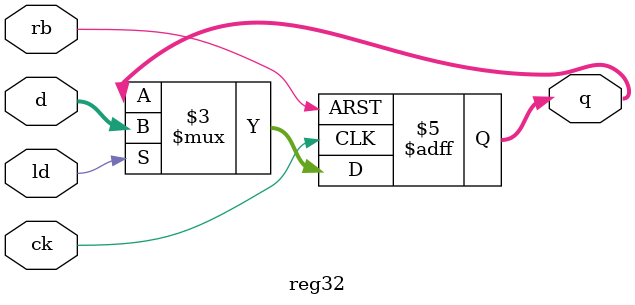
<source format=sv>
`timescale  1ns / 1ns
module  reg32  (
  input  logic          rb ,
  input  logic          ck ,
  input  logic          ld ,
  input  logic  [31:0]  d  ,
  output logic  [31:0]  q
) ;

// Register operation
//
always_ff  @ ( posedge ck , negedge rb )
  if       ( !rb )  q  <= #1  32'd0 ;
  else if  ( ld  )  q  <= #1  d     ;

endmodule

</source>
